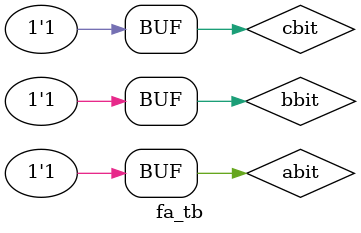
<source format=v>
module fa_tb();
reg abit;
reg bbit;
reg cbit;
wire s;
wire c;

cmos_fa obj(
  .a(abit),
  .b(bbit),
  .cin(cbit),
  .s(s),
  .cout(c)
);
initial
  begin
  abit =0;
  bbit =0;
  cbit =0;
  #10; abit=0; bbit=0; cbit=0;
  #10; abit=0; bbit=0; cbit=1;
  #10; abit=0; bbit=1; cbit=0;
  #10; abit=0; bbit=1; cbit=1;
  #10; abit=1; bbit=0; cbit=0;
  #10; abit=1; bbit=0; cbit=1;
  #10; abit=1; bbit=1; cbit=0;
  #10; abit=1; bbit=1; cbit=1;
  #20;
  end

initial
begin
$dumpfile("cmos_fa.vcd");
$dumpvars(0,fa_tb);
$monitor("time = %2d, A =%1b, B=%1b, Cin=%1b,         sum=%1b, Cout=%1b", $time,abit,bbit,cbit,s,c);
end

endmodule

</source>
